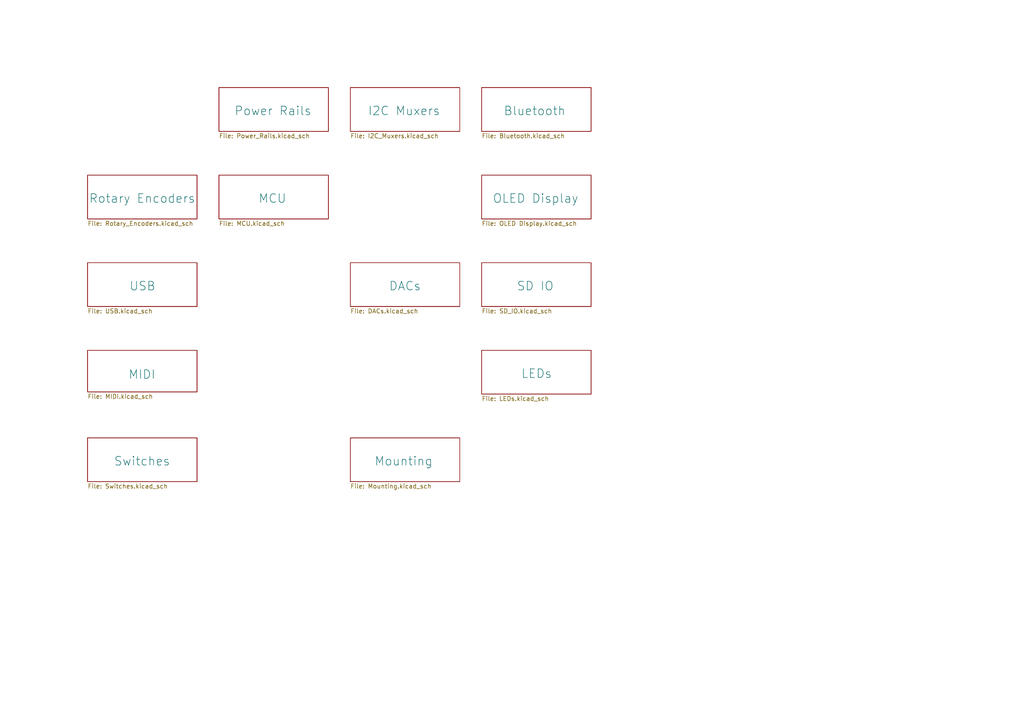
<source format=kicad_sch>
(kicad_sch (version 20210621) (generator eeschema)
  (paper "A4")
  (lib_symbols)
  (sheet (at 139.7 25.4) (size 31.75 12.7) (stroke (width 0.1524))
    (property "Sheet name" "Bluetooth" (at 146.05 33.5984 0) (effects (font (size 2.5 2.5)) (justify left bottom)))
    (property "Sheet file" "Bluetooth.kicad_sch" (at 139.7 38.6846 0) (effects (justify left top)))
  )
  (sheet (at 101.6 76.2) (size 31.75 12.7) (stroke (width 0.1524))
    (property "Sheet name" "DACs" (at 112.776 84.3984 0) (effects (font (size 2.5 2.5)) (justify left bottom)))
    (property "Sheet file" "DACs.kicad_sch" (at 101.6 89.4846 0) (effects (justify left top)))
  )
  (sheet (at 101.6 25.4) (size 31.75 12.7) (stroke (width 0.1524))
    (property "Sheet name" "I2C Muxers" (at 106.68 33.5984 0) (effects (font (size 2.5 2.5)) (justify left bottom)))
    (property "Sheet file" "I2C_Muxers.kicad_sch" (at 101.6 38.6846 0) (effects (justify left top)))
  )
  (sheet (at 139.7 101.6) (size 31.75 12.7) (stroke (width 0.1524))
    (property "Sheet name" "LEDs" (at 151.13 109.7984 0) (effects (font (size 2.5 2.5)) (justify left bottom)))
    (property "Sheet file" "LEDs.kicad_sch" (at 139.7 114.8846 0) (effects (justify left top)))
  )
  (sheet (at 63.5 50.8) (size 31.75 12.7) (stroke (width 0.1524))
    (property "Sheet name" "MCU" (at 74.93 58.9984 0) (effects (font (size 2.5 2.5)) (justify left bottom)))
    (property "Sheet file" "MCU.kicad_sch" (at 63.5 64.0846 0) (effects (justify left top)))
  )
  (sheet (at 25.4 101.6) (size 31.75 12.065) (stroke (width 0.1524))
    (property "Sheet name" "MIDI" (at 37.211 110.0524 0) (effects (font (size 2.5 2.5)) (justify left bottom)))
    (property "Sheet file" "MIDI.kicad_sch" (at 25.4 114.2496 0) (effects (justify left top)))
  )
  (sheet (at 101.6 127) (size 31.75 12.7) (stroke (width 0.1524))
    (property "Sheet name" "Mounting" (at 108.585 135.1984 0) (effects (font (size 2.5 2.5)) (justify left bottom)))
    (property "Sheet file" "Mounting.kicad_sch" (at 101.6 140.2846 0) (effects (justify left top)))
  )
  (sheet (at 139.7 50.8) (size 31.75 12.7) (stroke (width 0.1524))
    (property "Sheet name" "OLED Display" (at 142.875 58.9984 0) (effects (font (size 2.5 2.5)) (justify left bottom)))
    (property "Sheet file" "OLED Display.kicad_sch" (at 139.7 64.0846 0) (effects (justify left top)))
  )
  (sheet (at 63.5 25.4) (size 31.75 12.7) (stroke (width 0.1524))
    (property "Sheet name" "Power Rails" (at 67.945 33.5984 0) (effects (font (size 2.5 2.5)) (justify left bottom)))
    (property "Sheet file" "Power_Rails.kicad_sch" (at 63.5 38.6846 0) (effects (justify left top)))
  )
  (sheet (at 25.4 50.8) (size 31.75 12.7) (stroke (width 0.1524))
    (property "Sheet name" "Rotary Encoders" (at 25.781 58.9984 0) (effects (font (size 2.5 2.5)) (justify left bottom)))
    (property "Sheet file" "Rotary_Encoders.kicad_sch" (at 25.4 64.0846 0) (effects (justify left top)))
  )
  (sheet (at 139.7 76.2) (size 31.75 12.7) (stroke (width 0.1524))
    (property "Sheet name" "SD IO" (at 149.86 84.3984 0) (effects (font (size 2.5 2.5)) (justify left bottom)))
    (property "Sheet file" "SD_IO.kicad_sch" (at 139.7 89.4846 0) (effects (justify left top)))
  )
  (sheet (at 25.4 127) (size 31.75 12.7) (stroke (width 0.1524))
    (property "Sheet name" "Switches" (at 33.02 135.1984 0) (effects (font (size 2.5 2.5)) (justify left bottom)))
    (property "Sheet file" "Switches.kicad_sch" (at 25.4 140.2846 0) (effects (justify left top)))
  )
  (sheet (at 25.4 76.2) (size 31.75 12.7) (stroke (width 0.1524))
    (property "Sheet name" "USB" (at 37.465 84.3984 0) (effects (font (size 2.5 2.5)) (justify left bottom)))
    (property "Sheet file" "USB.kicad_sch" (at 25.4 89.4846 0) (effects (justify left top)))
  )
)
</source>
